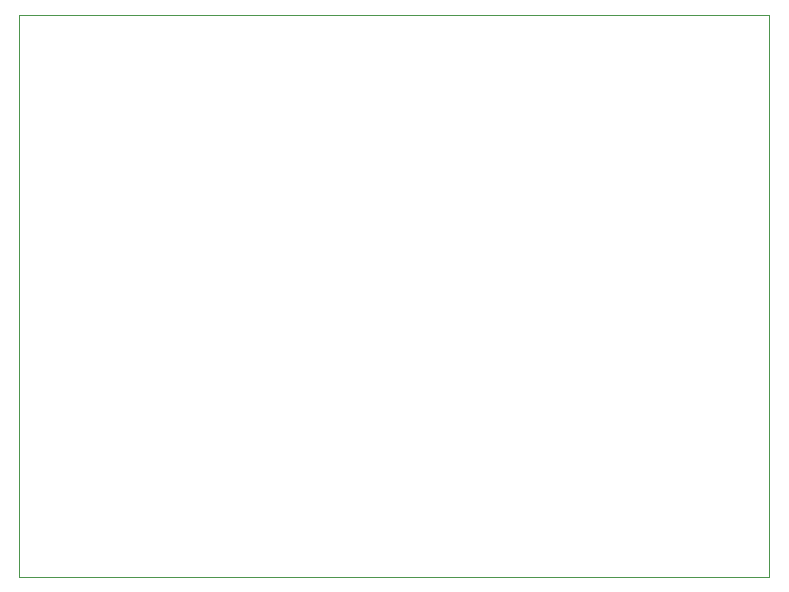
<source format=gbr>
G04 #@! TF.GenerationSoftware,KiCad,Pcbnew,(5.0.2)-1*
G04 #@! TF.CreationDate,2019-04-22T21:15:54+05:30*
G04 #@! TF.ProjectId,parking_sense_1,7061726b-696e-4675-9f73-656e73655f31,rev?*
G04 #@! TF.SameCoordinates,Original*
G04 #@! TF.FileFunction,Profile,NP*
%FSLAX46Y46*%
G04 Gerber Fmt 4.6, Leading zero omitted, Abs format (unit mm)*
G04 Created by KiCad (PCBNEW (5.0.2)-1) date 04/22/19 21:15:54*
%MOMM*%
%LPD*%
G01*
G04 APERTURE LIST*
%ADD10C,0.100000*%
G04 APERTURE END LIST*
D10*
X92710000Y-74930000D02*
X29210000Y-74930000D01*
X92710000Y-27305000D02*
X92710000Y-74930000D01*
X29210000Y-27305000D02*
X92710000Y-27305000D01*
X29210000Y-74930000D02*
X29210000Y-27305000D01*
M02*

</source>
